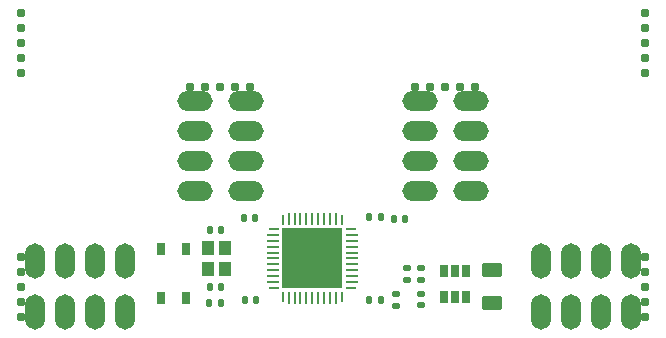
<source format=gts>
%TF.GenerationSoftware,KiCad,Pcbnew,(5.99.0-12112-g0cd8a4d846)*%
%TF.CreationDate,2021-10-21T21:26:21-04:00*%
%TF.ProjectId,Piggyback_1_0_PCB,50696767-7962-4616-936b-5f315f305f50,rev?*%
%TF.SameCoordinates,Original*%
%TF.FileFunction,Soldermask,Top*%
%TF.FilePolarity,Negative*%
%FSLAX46Y46*%
G04 Gerber Fmt 4.6, Leading zero omitted, Abs format (unit mm)*
G04 Created by KiCad (PCBNEW (5.99.0-12112-g0cd8a4d846)) date 2021-10-21 21:26:21*
%MOMM*%
%LPD*%
G01*
G04 APERTURE LIST*
G04 Aperture macros list*
%AMRoundRect*
0 Rectangle with rounded corners*
0 $1 Rounding radius*
0 $2 $3 $4 $5 $6 $7 $8 $9 X,Y pos of 4 corners*
0 Add a 4 corners polygon primitive as box body*
4,1,4,$2,$3,$4,$5,$6,$7,$8,$9,$2,$3,0*
0 Add four circle primitives for the rounded corners*
1,1,$1+$1,$2,$3*
1,1,$1+$1,$4,$5*
1,1,$1+$1,$6,$7*
1,1,$1+$1,$8,$9*
0 Add four rect primitives between the rounded corners*
20,1,$1+$1,$2,$3,$4,$5,0*
20,1,$1+$1,$4,$5,$6,$7,0*
20,1,$1+$1,$6,$7,$8,$9,0*
20,1,$1+$1,$8,$9,$2,$3,0*%
G04 Aperture macros list end*
%ADD10C,0.787400*%
%ADD11R,1.000000X1.150000*%
%ADD12RoundRect,0.140000X0.170000X-0.140000X0.170000X0.140000X-0.170000X0.140000X-0.170000X-0.140000X0*%
%ADD13RoundRect,0.140000X0.140000X0.170000X-0.140000X0.170000X-0.140000X-0.170000X0.140000X-0.170000X0*%
%ADD14RoundRect,0.140000X-0.140000X-0.170000X0.140000X-0.170000X0.140000X0.170000X-0.140000X0.170000X0*%
%ADD15RoundRect,0.135000X0.135000X0.185000X-0.135000X0.185000X-0.135000X-0.185000X0.135000X-0.185000X0*%
%ADD16RoundRect,0.135000X-0.185000X0.135000X-0.185000X-0.135000X0.185000X-0.135000X0.185000X0.135000X0*%
%ADD17R,0.650000X1.050000*%
%ADD18RoundRect,0.250000X-0.625000X0.375000X-0.625000X-0.375000X0.625000X-0.375000X0.625000X0.375000X0*%
%ADD19O,1.700000X1.700000*%
%ADD20C,1.700000*%
%ADD21R,0.650000X1.060000*%
%ADD22O,3.000000X1.700000*%
%ADD23O,1.700000X3.000000*%
%ADD24R,5.200000X5.200000*%
%ADD25RoundRect,0.062500X-0.375000X0.062500X-0.375000X-0.062500X0.375000X-0.062500X0.375000X0.062500X0*%
%ADD26RoundRect,0.062500X-0.475000X0.062500X-0.475000X-0.062500X0.475000X-0.062500X0.475000X0.062500X0*%
%ADD27RoundRect,0.062500X-0.062500X0.375000X-0.062500X-0.375000X0.062500X-0.375000X0.062500X0.375000X0*%
%ADD28RoundRect,0.062500X-0.062500X0.475000X-0.062500X-0.475000X0.062500X-0.475000X0.062500X0.475000X0*%
G04 APERTURE END LIST*
D10*
%TO.C,REF\u002A\u002A*%
X59272250Y-63817500D03*
X59272250Y-62547500D03*
X59272250Y-65087500D03*
X59272250Y-66357500D03*
X59272250Y-67627500D03*
%TD*%
%TO.C,REF\u002A\u002A*%
X112167750Y-66357500D03*
X112167750Y-67627500D03*
X112167750Y-65087500D03*
X112167750Y-63817500D03*
X112167750Y-62547500D03*
%TD*%
%TO.C,REF\u002A\u002A*%
X112167750Y-87000000D03*
X112167750Y-88270000D03*
X112167750Y-85730000D03*
X112167750Y-84460000D03*
X112167750Y-83190000D03*
%TD*%
%TO.C,REF\u002A\u002A*%
X59272250Y-84455000D03*
X59272250Y-83185000D03*
X59272250Y-85725000D03*
X59272250Y-86995000D03*
X59272250Y-88265000D03*
%TD*%
%TO.C,REF\u002A\u002A*%
X96515000Y-68802250D03*
X97785000Y-68802250D03*
X95245000Y-68802250D03*
X93975000Y-68802250D03*
X92705000Y-68802250D03*
%TD*%
%TO.C,REF\u002A\u002A*%
X73655000Y-68802250D03*
X74925000Y-68802250D03*
X78735000Y-68802250D03*
X77465000Y-68802250D03*
X76195000Y-68802250D03*
%TD*%
D11*
%TO.C,Y1*%
X75175000Y-84218750D03*
X75175000Y-82468750D03*
X76575000Y-82468750D03*
X76575000Y-84218750D03*
%TD*%
D12*
%TO.C,C8*%
X93175000Y-86363750D03*
X93175000Y-87323750D03*
%TD*%
D13*
%TO.C,C1*%
X75295000Y-85743750D03*
X76255000Y-85743750D03*
%TD*%
%TO.C,C4*%
X78245000Y-86843750D03*
X79205000Y-86843750D03*
%TD*%
%TO.C,C2*%
X75295000Y-80943750D03*
X76255000Y-80943750D03*
%TD*%
%TO.C,C5*%
X78173459Y-79908459D03*
X79133459Y-79908459D03*
%TD*%
D14*
%TO.C,C6*%
X89755000Y-79843750D03*
X88795000Y-79843750D03*
%TD*%
%TO.C,C3*%
X91855000Y-80043750D03*
X90895000Y-80043750D03*
%TD*%
D15*
%TO.C,R1*%
X75265000Y-87143750D03*
X76285000Y-87143750D03*
%TD*%
D16*
%TO.C,R4*%
X91075000Y-87353750D03*
X91075000Y-86333750D03*
%TD*%
D17*
%TO.C,SW1*%
X73306250Y-82550000D03*
X73306250Y-86700000D03*
X71156250Y-82550000D03*
X71156250Y-86700000D03*
%TD*%
D18*
%TO.C,F1*%
X99218750Y-87125000D03*
X99218750Y-84325000D03*
%TD*%
D16*
%TO.C,R3*%
X93175000Y-85153750D03*
X93175000Y-84133750D03*
%TD*%
%TO.C,R2*%
X91975000Y-85153750D03*
X91975000Y-84133750D03*
%TD*%
D14*
%TO.C,C7*%
X89755000Y-86843750D03*
X88795000Y-86843750D03*
%TD*%
D19*
%TO.C,J12*%
X60473750Y-88106250D03*
X63013750Y-88106250D03*
X65553750Y-88106250D03*
D20*
X68093750Y-88106250D03*
%TD*%
D21*
%TO.C,U1*%
X95093750Y-84430000D03*
X96043750Y-84430000D03*
X96993750Y-84430000D03*
X96993750Y-86630000D03*
X96043750Y-86630000D03*
X95093750Y-86630000D03*
%TD*%
D19*
%TO.C,J7*%
X92868750Y-69998750D03*
X92868750Y-72538750D03*
X92868750Y-75078750D03*
D20*
X92868750Y-77618750D03*
%TD*%
D19*
%TO.C,J5*%
X97631250Y-77638750D03*
X97631250Y-75098750D03*
X97631250Y-72558750D03*
D20*
X97631250Y-70018750D03*
%TD*%
D19*
%TO.C,J3*%
X78581250Y-77638750D03*
X78581250Y-75098750D03*
X78581250Y-72558750D03*
D20*
X78581250Y-70018750D03*
%TD*%
D22*
%TO.C,J4*%
X97415000Y-77638750D03*
X93075000Y-77638750D03*
X97415000Y-75098750D03*
X93075000Y-75098750D03*
X97415000Y-72558750D03*
X93075000Y-72558750D03*
X97415000Y-70018750D03*
X93075000Y-70018750D03*
%TD*%
D19*
%TO.C,J9*%
X110976250Y-83343750D03*
X108436250Y-83343750D03*
X105896250Y-83343750D03*
D20*
X103356250Y-83343750D03*
%TD*%
D19*
%TO.C,J8*%
X68113750Y-83343750D03*
X65573750Y-83343750D03*
X63033750Y-83343750D03*
D20*
X60493750Y-83343750D03*
%TD*%
D19*
%TO.C,J6*%
X73818750Y-69998750D03*
X73818750Y-72538750D03*
X73818750Y-75078750D03*
D20*
X73818750Y-77618750D03*
%TD*%
D23*
%TO.C,J10*%
X68113750Y-83560000D03*
X68113750Y-87900000D03*
X65573750Y-83560000D03*
X65573750Y-87900000D03*
X63033750Y-83560000D03*
X63033750Y-87900000D03*
X60493750Y-83560000D03*
X60493750Y-87900000D03*
%TD*%
D19*
%TO.C,J13*%
X103336250Y-88106250D03*
X105876250Y-88106250D03*
X108416250Y-88106250D03*
D20*
X110956250Y-88106250D03*
%TD*%
D22*
%TO.C,J2*%
X78365000Y-77638750D03*
X74025000Y-77638750D03*
X78365000Y-75098750D03*
X74025000Y-75098750D03*
X78365000Y-72558750D03*
X74025000Y-72558750D03*
X78365000Y-70018750D03*
X74025000Y-70018750D03*
%TD*%
D24*
%TO.C,U2*%
X83975000Y-83343750D03*
D25*
X87212500Y-80843750D03*
D26*
X87312500Y-81343750D03*
X87312500Y-81843750D03*
X87312500Y-82343750D03*
X87312500Y-82843750D03*
X87312500Y-83343750D03*
X87312500Y-83843750D03*
X87312500Y-84343750D03*
X87312500Y-84843750D03*
X87312500Y-85343750D03*
D25*
X87212500Y-85843750D03*
D27*
X86475000Y-86581250D03*
D28*
X85975000Y-86681250D03*
X85475000Y-86681250D03*
X84975000Y-86681250D03*
X84475000Y-86681250D03*
X83975000Y-86681250D03*
X83475000Y-86681250D03*
X82975000Y-86681250D03*
X82475000Y-86681250D03*
X81975000Y-86681250D03*
D27*
X81475000Y-86581250D03*
D25*
X80737500Y-85843750D03*
D26*
X80637500Y-85343750D03*
X80637500Y-84843750D03*
X80637500Y-84343750D03*
X80637500Y-83843750D03*
X80637500Y-83343750D03*
X80637500Y-82843750D03*
X80637500Y-82343750D03*
X80637500Y-81843750D03*
X80637500Y-81343750D03*
D25*
X80737500Y-80843750D03*
D27*
X81475000Y-80106250D03*
D28*
X81975000Y-80006250D03*
X82475000Y-80006250D03*
X82975000Y-80006250D03*
X83475000Y-80006250D03*
X83975000Y-80006250D03*
X84475000Y-80006250D03*
X84975000Y-80006250D03*
X85475000Y-80006250D03*
X85975000Y-80006250D03*
D27*
X86475000Y-80106250D03*
%TD*%
D23*
%TO.C,J11*%
X110976250Y-83560000D03*
X110976250Y-87900000D03*
X108436250Y-83560000D03*
X108436250Y-87900000D03*
X105896250Y-83560000D03*
X105896250Y-87900000D03*
X103356250Y-83560000D03*
X103356250Y-87900000D03*
%TD*%
M02*

</source>
